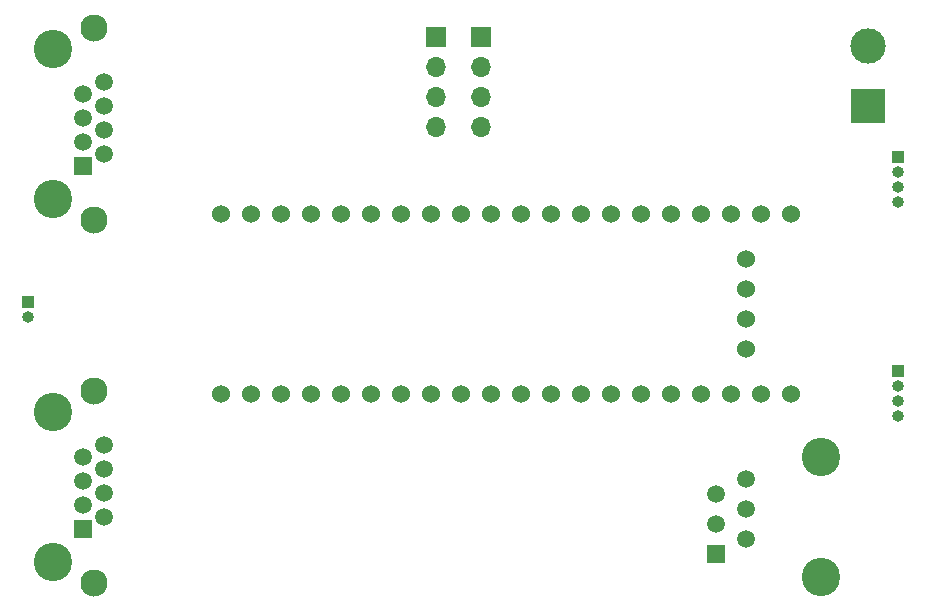
<source format=gbs>
%TF.GenerationSoftware,KiCad,Pcbnew,(6.0.0)*%
%TF.CreationDate,2022-01-05T17:07:16+01:00*%
%TF.ProjectId,soar_audio,736f6172-5f61-4756-9469-6f2e6b696361,rev?*%
%TF.SameCoordinates,Original*%
%TF.FileFunction,Soldermask,Bot*%
%TF.FilePolarity,Negative*%
%FSLAX46Y46*%
G04 Gerber Fmt 4.6, Leading zero omitted, Abs format (unit mm)*
G04 Created by KiCad (PCBNEW (6.0.0)) date 2022-01-05 17:07:16*
%MOMM*%
%LPD*%
G01*
G04 APERTURE LIST*
%ADD10R,1.500000X1.500000*%
%ADD11C,1.500000*%
%ADD12C,3.250000*%
%ADD13C,2.300000*%
%ADD14R,1.700000X1.700000*%
%ADD15O,1.700000X1.700000*%
%ADD16R,1.000000X1.000000*%
%ADD17O,1.000000X1.000000*%
%ADD18R,3.000000X3.000000*%
%ADD19C,3.000000*%
%ADD20C,1.524000*%
%ADD21R,1.520000X1.520000*%
%ADD22C,1.520000*%
G04 APERTURE END LIST*
D10*
%TO.C,J5*%
X109853000Y-80776000D03*
D11*
X109853000Y-78744000D03*
X109853000Y-76712000D03*
X109853000Y-74680000D03*
X111633000Y-79760000D03*
X111633000Y-77728000D03*
X111633000Y-75696000D03*
X111633000Y-73664000D03*
D12*
X107313000Y-83566000D03*
X107313000Y-70866000D03*
D13*
X110743000Y-69086000D03*
X110743000Y-85346000D03*
%TD*%
D10*
%TO.C,J1*%
X109853000Y-111510000D03*
D11*
X109853000Y-109478000D03*
X109853000Y-107446000D03*
X109853000Y-105414000D03*
X111633000Y-110494000D03*
X111633000Y-108462000D03*
X111633000Y-106430000D03*
X111633000Y-104398000D03*
D12*
X107313000Y-114300000D03*
X107313000Y-101600000D03*
D13*
X110743000Y-99820000D03*
X110743000Y-116080000D03*
%TD*%
D14*
%TO.C,J9*%
X143510000Y-69860000D03*
D15*
X143510000Y-72400000D03*
X143510000Y-74940000D03*
X143510000Y-77480000D03*
%TD*%
D14*
%TO.C,J8*%
X139700000Y-69860000D03*
D15*
X139700000Y-72400000D03*
X139700000Y-74940000D03*
X139700000Y-77480000D03*
%TD*%
D16*
%TO.C,J6*%
X178816000Y-98176000D03*
D17*
X178816000Y-99446000D03*
X178816000Y-100716000D03*
X178816000Y-101986000D03*
%TD*%
D16*
%TO.C,J7*%
X105156000Y-92314000D03*
D17*
X105156000Y-93584000D03*
%TD*%
%TO.C,J3*%
X178816000Y-83820000D03*
X178816000Y-82550000D03*
X178816000Y-81280000D03*
D16*
X178816000Y-80010000D03*
%TD*%
D18*
%TO.C,J4*%
X176276000Y-75692000D03*
D19*
X176276000Y-70612000D03*
%TD*%
D20*
%TO.C,U6*%
X169799000Y-84836000D03*
X165989000Y-93726000D03*
X165989000Y-91186000D03*
X162179000Y-84836000D03*
X164719000Y-84836000D03*
X167259000Y-84836000D03*
X129159000Y-100076000D03*
X126619000Y-100076000D03*
X124079000Y-100076000D03*
X121539000Y-100076000D03*
X131699000Y-84836000D03*
X134239000Y-84836000D03*
X162179000Y-100076000D03*
X159639000Y-100076000D03*
X157099000Y-100076000D03*
X154559000Y-100076000D03*
X152019000Y-100076000D03*
X149479000Y-100076000D03*
X146939000Y-100076000D03*
X136779000Y-84836000D03*
X139319000Y-84836000D03*
X144399000Y-100076000D03*
X141859000Y-100076000D03*
X139319000Y-100076000D03*
X136779000Y-100076000D03*
X134239000Y-100076000D03*
X131699000Y-100076000D03*
X141859000Y-84836000D03*
X144399000Y-84836000D03*
X146939000Y-84836000D03*
X149479000Y-84836000D03*
X152019000Y-84836000D03*
X154559000Y-84836000D03*
X157099000Y-84836000D03*
X159639000Y-84836000D03*
X129159000Y-84836000D03*
X124079000Y-84836000D03*
X121539000Y-84836000D03*
X165989000Y-88646000D03*
X167259000Y-100076000D03*
X164719000Y-100076000D03*
X126619000Y-84836000D03*
X169799000Y-100076000D03*
X165989000Y-96266000D03*
%TD*%
D12*
%TO.C,J2*%
X172316000Y-115570000D03*
X172316000Y-105410000D03*
D21*
X163426000Y-113660000D03*
D22*
X165966000Y-112390000D03*
X163426000Y-111120000D03*
X165966000Y-109850000D03*
X163426000Y-108580000D03*
X165966000Y-107310000D03*
%TD*%
M02*

</source>
